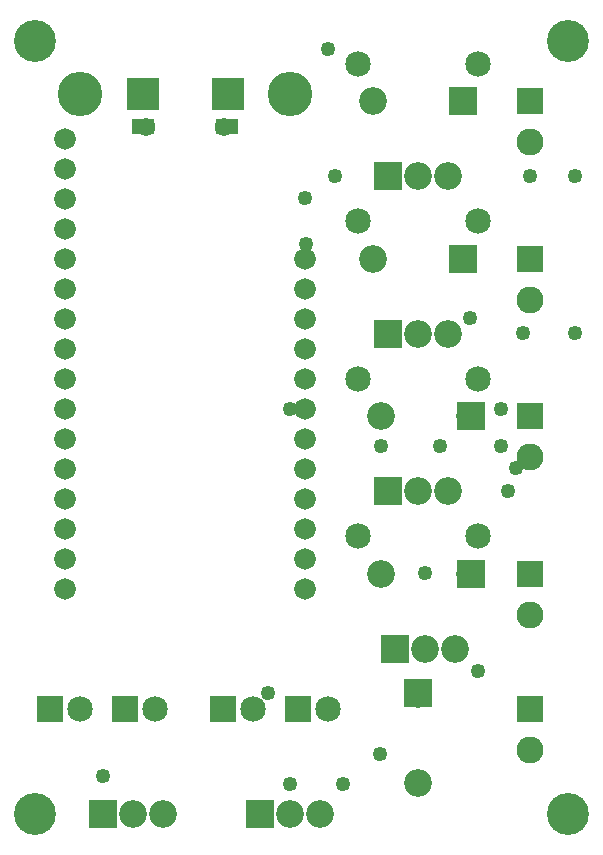
<source format=gts>
G04 MADE WITH FRITZING*
G04 WWW.FRITZING.ORG*
G04 DOUBLE SIDED*
G04 HOLES PLATED*
G04 CONTOUR ON CENTER OF CONTOUR VECTOR*
%ASAXBY*%
%FSLAX23Y23*%
%MOIN*%
%OFA0B0*%
%SFA1.0B1.0*%
%ADD10C,0.049370*%
%ADD11C,0.092000*%
%ADD12C,0.139921*%
%ADD13C,0.085000*%
%ADD14C,0.090000*%
%ADD15C,0.148425*%
%ADD16C,0.105000*%
%ADD17C,0.061496*%
%ADD18C,0.072000*%
%ADD19R,0.092000X0.092000*%
%ADD20R,0.085000X0.085000*%
%ADD21R,0.090000X0.090000*%
%ADD22R,0.105000X0.105000*%
%ADD23R,0.001000X0.001000*%
%LNMASK1*%
G90*
G70*
G54D10*
X1070Y2642D03*
X1096Y2216D03*
X996Y2143D03*
X1746Y2216D03*
X1895Y2216D03*
X1720Y1693D03*
X1895Y1693D03*
X1545Y1743D03*
X1647Y1442D03*
X1446Y1317D03*
X1247Y1317D03*
X1670Y1168D03*
X1571Y566D03*
X1697Y1244D03*
X1647Y1317D03*
X946Y192D03*
X1121Y192D03*
X1396Y893D03*
X870Y493D03*
X1244Y290D03*
X323Y218D03*
X998Y1992D03*
X945Y1442D03*
G54D11*
X321Y92D03*
X421Y92D03*
X521Y92D03*
G54D12*
X1871Y92D03*
X96Y92D03*
X1871Y2667D03*
X96Y2667D03*
G54D13*
X721Y442D03*
X821Y442D03*
X971Y442D03*
X1071Y442D03*
G54D11*
X1296Y642D03*
X1396Y642D03*
X1496Y642D03*
X1271Y1167D03*
X1371Y1167D03*
X1471Y1167D03*
X1271Y1692D03*
X1371Y1692D03*
X1471Y1692D03*
X1271Y2217D03*
X1371Y2217D03*
X1471Y2217D03*
G54D14*
X1746Y2467D03*
X1746Y2330D03*
X1746Y892D03*
X1746Y755D03*
X1746Y1417D03*
X1746Y1280D03*
X1746Y1942D03*
X1746Y1805D03*
G54D15*
X246Y2492D03*
G54D16*
X738Y2492D03*
G54D17*
X726Y2382D03*
G54D18*
X196Y842D03*
X196Y942D03*
X196Y1042D03*
X196Y1142D03*
X196Y1242D03*
X196Y1342D03*
X196Y1442D03*
X196Y1542D03*
X196Y1642D03*
G54D15*
X946Y2492D03*
G54D18*
X196Y1742D03*
X196Y1842D03*
X196Y1942D03*
X196Y2042D03*
X196Y2142D03*
X196Y2242D03*
X196Y2342D03*
X996Y1942D03*
X996Y1842D03*
X996Y1742D03*
X996Y1642D03*
X996Y1542D03*
X996Y1442D03*
X996Y1342D03*
X996Y1242D03*
X996Y1142D03*
X996Y1042D03*
X996Y942D03*
X996Y842D03*
G54D17*
X466Y2382D03*
G54D16*
X454Y2492D03*
G54D11*
X846Y92D03*
X946Y92D03*
X1046Y92D03*
X1546Y892D03*
X1248Y892D03*
X1546Y1417D03*
X1248Y1417D03*
X1521Y1942D03*
X1223Y1942D03*
X1521Y2467D03*
X1223Y2467D03*
G54D13*
X1171Y1017D03*
X1571Y1017D03*
X1571Y1542D03*
X1171Y1542D03*
X1571Y2067D03*
X1171Y2067D03*
X1571Y2592D03*
X1171Y2592D03*
X396Y442D03*
X496Y442D03*
X146Y442D03*
X246Y442D03*
G54D11*
X1371Y492D03*
X1371Y194D03*
G54D14*
X1746Y442D03*
X1746Y305D03*
G54D19*
X321Y92D03*
G54D20*
X721Y442D03*
X971Y442D03*
G54D19*
X1296Y642D03*
X1271Y1167D03*
X1271Y1692D03*
X1271Y2217D03*
G54D21*
X1746Y2467D03*
X1746Y892D03*
X1746Y1417D03*
X1746Y1942D03*
G54D22*
X738Y2492D03*
X454Y2492D03*
G54D19*
X846Y92D03*
X1547Y892D03*
X1547Y1417D03*
X1522Y1942D03*
X1522Y2467D03*
G54D20*
X396Y442D03*
X146Y442D03*
G54D19*
X1371Y493D03*
G54D21*
X1746Y442D03*
G54D23*
X420Y2408D02*
X491Y2408D01*
X700Y2408D02*
X771Y2408D01*
X419Y2407D02*
X491Y2407D01*
X700Y2407D02*
X771Y2407D01*
X419Y2406D02*
X491Y2406D01*
X700Y2406D02*
X771Y2406D01*
X419Y2405D02*
X491Y2405D01*
X700Y2405D02*
X771Y2405D01*
X419Y2404D02*
X491Y2404D01*
X700Y2404D02*
X771Y2404D01*
X419Y2403D02*
X491Y2403D01*
X700Y2403D02*
X771Y2403D01*
X419Y2402D02*
X491Y2402D01*
X700Y2402D02*
X771Y2402D01*
X419Y2401D02*
X491Y2401D01*
X700Y2401D02*
X771Y2401D01*
X419Y2400D02*
X491Y2400D01*
X700Y2400D02*
X771Y2400D01*
X419Y2399D02*
X491Y2399D01*
X700Y2399D02*
X771Y2399D01*
X419Y2398D02*
X462Y2398D01*
X469Y2398D02*
X491Y2398D01*
X700Y2398D02*
X722Y2398D01*
X729Y2398D02*
X771Y2398D01*
X419Y2397D02*
X458Y2397D01*
X473Y2397D02*
X491Y2397D01*
X700Y2397D02*
X718Y2397D01*
X732Y2397D02*
X771Y2397D01*
X419Y2396D02*
X457Y2396D01*
X474Y2396D02*
X491Y2396D01*
X700Y2396D02*
X716Y2396D01*
X734Y2396D02*
X771Y2396D01*
X419Y2395D02*
X455Y2395D01*
X476Y2395D02*
X491Y2395D01*
X700Y2395D02*
X715Y2395D01*
X735Y2395D02*
X771Y2395D01*
X419Y2394D02*
X454Y2394D01*
X477Y2394D02*
X491Y2394D01*
X700Y2394D02*
X714Y2394D01*
X737Y2394D02*
X771Y2394D01*
X419Y2393D02*
X453Y2393D01*
X478Y2393D02*
X491Y2393D01*
X700Y2393D02*
X713Y2393D01*
X738Y2393D02*
X771Y2393D01*
X419Y2392D02*
X452Y2392D01*
X479Y2392D02*
X491Y2392D01*
X700Y2392D02*
X712Y2392D01*
X738Y2392D02*
X771Y2392D01*
X419Y2391D02*
X452Y2391D01*
X479Y2391D02*
X491Y2391D01*
X700Y2391D02*
X711Y2391D01*
X739Y2391D02*
X771Y2391D01*
X419Y2390D02*
X451Y2390D01*
X480Y2390D02*
X491Y2390D01*
X700Y2390D02*
X711Y2390D01*
X740Y2390D02*
X771Y2390D01*
X419Y2389D02*
X450Y2389D01*
X480Y2389D02*
X491Y2389D01*
X700Y2389D02*
X710Y2389D01*
X740Y2389D02*
X771Y2389D01*
X419Y2388D02*
X450Y2388D01*
X481Y2388D02*
X491Y2388D01*
X700Y2388D02*
X710Y2388D01*
X741Y2388D02*
X771Y2388D01*
X419Y2387D02*
X450Y2387D01*
X481Y2387D02*
X491Y2387D01*
X700Y2387D02*
X710Y2387D01*
X741Y2387D02*
X771Y2387D01*
X419Y2386D02*
X450Y2386D01*
X481Y2386D02*
X491Y2386D01*
X700Y2386D02*
X709Y2386D01*
X741Y2386D02*
X771Y2386D01*
X419Y2385D02*
X449Y2385D01*
X481Y2385D02*
X491Y2385D01*
X700Y2385D02*
X709Y2385D01*
X741Y2385D02*
X771Y2385D01*
X419Y2384D02*
X449Y2384D01*
X481Y2384D02*
X491Y2384D01*
X700Y2384D02*
X709Y2384D01*
X741Y2384D02*
X771Y2384D01*
X419Y2383D02*
X449Y2383D01*
X481Y2383D02*
X491Y2383D01*
X700Y2383D02*
X709Y2383D01*
X741Y2383D02*
X771Y2383D01*
X419Y2382D02*
X449Y2382D01*
X481Y2382D02*
X491Y2382D01*
X700Y2382D02*
X709Y2382D01*
X741Y2382D02*
X771Y2382D01*
X419Y2381D02*
X449Y2381D01*
X481Y2381D02*
X491Y2381D01*
X700Y2381D02*
X709Y2381D01*
X741Y2381D02*
X771Y2381D01*
X419Y2380D02*
X449Y2380D01*
X481Y2380D02*
X491Y2380D01*
X700Y2380D02*
X709Y2380D01*
X741Y2380D02*
X771Y2380D01*
X419Y2379D02*
X450Y2379D01*
X481Y2379D02*
X491Y2379D01*
X700Y2379D02*
X709Y2379D01*
X741Y2379D02*
X771Y2379D01*
X419Y2378D02*
X450Y2378D01*
X481Y2378D02*
X491Y2378D01*
X700Y2378D02*
X710Y2378D01*
X741Y2378D02*
X771Y2378D01*
X419Y2377D02*
X450Y2377D01*
X481Y2377D02*
X491Y2377D01*
X700Y2377D02*
X710Y2377D01*
X740Y2377D02*
X771Y2377D01*
X419Y2376D02*
X451Y2376D01*
X480Y2376D02*
X491Y2376D01*
X700Y2376D02*
X710Y2376D01*
X740Y2376D02*
X771Y2376D01*
X419Y2375D02*
X451Y2375D01*
X480Y2375D02*
X491Y2375D01*
X700Y2375D02*
X711Y2375D01*
X739Y2375D02*
X771Y2375D01*
X419Y2374D02*
X452Y2374D01*
X479Y2374D02*
X491Y2374D01*
X700Y2374D02*
X712Y2374D01*
X739Y2374D02*
X771Y2374D01*
X419Y2373D02*
X453Y2373D01*
X478Y2373D02*
X491Y2373D01*
X700Y2373D02*
X712Y2373D01*
X738Y2373D02*
X771Y2373D01*
X419Y2372D02*
X453Y2372D01*
X477Y2372D02*
X491Y2372D01*
X700Y2372D02*
X713Y2372D01*
X737Y2372D02*
X771Y2372D01*
X419Y2371D02*
X454Y2371D01*
X476Y2371D02*
X491Y2371D01*
X700Y2371D02*
X714Y2371D01*
X736Y2371D02*
X771Y2371D01*
X419Y2370D02*
X456Y2370D01*
X475Y2370D02*
X491Y2370D01*
X700Y2370D02*
X715Y2370D01*
X735Y2370D02*
X771Y2370D01*
X419Y2369D02*
X457Y2369D01*
X474Y2369D02*
X491Y2369D01*
X700Y2369D02*
X717Y2369D01*
X734Y2369D02*
X771Y2369D01*
X419Y2368D02*
X459Y2368D01*
X472Y2368D02*
X491Y2368D01*
X700Y2368D02*
X719Y2368D01*
X732Y2368D02*
X771Y2368D01*
X419Y2367D02*
X491Y2367D01*
X700Y2367D02*
X771Y2367D01*
X419Y2366D02*
X491Y2366D01*
X700Y2366D02*
X771Y2366D01*
X419Y2365D02*
X491Y2365D01*
X700Y2365D02*
X771Y2365D01*
X419Y2364D02*
X491Y2364D01*
X700Y2364D02*
X771Y2364D01*
X419Y2363D02*
X491Y2363D01*
X700Y2363D02*
X771Y2363D01*
X419Y2362D02*
X491Y2362D01*
X700Y2362D02*
X771Y2362D01*
X419Y2361D02*
X491Y2361D01*
X700Y2361D02*
X771Y2361D01*
X419Y2360D02*
X491Y2360D01*
X700Y2360D02*
X771Y2360D01*
X419Y2359D02*
X491Y2359D01*
X700Y2359D02*
X771Y2359D01*
X419Y2358D02*
X491Y2358D01*
X700Y2358D02*
X771Y2358D01*
X420Y2357D02*
X490Y2357D01*
X700Y2357D02*
X771Y2357D01*
D02*
G04 End of Mask1*
M02*
</source>
